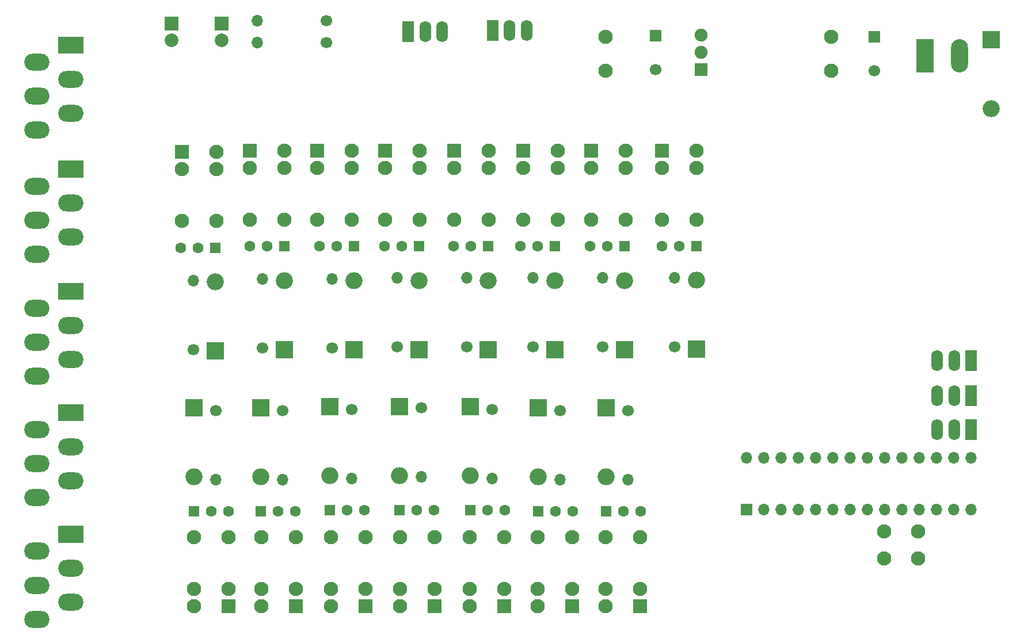
<source format=gbs>
%TF.GenerationSoftware,KiCad,Pcbnew,(5.1.6)-1*%
%TF.CreationDate,2021-11-12T17:11:00+01:00*%
%TF.ProjectId,Relay Control,52656c61-7920-4436-9f6e-74726f6c2e6b,rev?*%
%TF.SameCoordinates,Original*%
%TF.FileFunction,Soldermask,Bot*%
%TF.FilePolarity,Negative*%
%FSLAX46Y46*%
G04 Gerber Fmt 4.6, Leading zero omitted, Abs format (unit mm)*
G04 Created by KiCad (PCBNEW (5.1.6)-1) date 2021-11-12 17:11:00*
%MOMM*%
%LPD*%
G01*
G04 APERTURE LIST*
%ADD10O,1.700000X1.700000*%
%ADD11R,1.700000X1.700000*%
%ADD12C,1.900000*%
%ADD13R,1.900000X1.900000*%
%ADD14C,2.100000*%
%ADD15R,2.100000X2.100000*%
%ADD16C,1.700000*%
%ADD17R,1.600000X1.600000*%
%ADD18C,1.600000*%
%ADD19O,1.700000X3.100000*%
%ADD20R,1.700000X3.100000*%
%ADD21O,2.500000X4.900000*%
%ADD22R,2.500000X4.900000*%
%ADD23O,3.700000X2.500000*%
%ADD24C,0.100000*%
%ADD25C,2.000000*%
%ADD26R,2.000000X2.000000*%
%ADD27O,2.500000X2.500000*%
%ADD28R,2.500000X2.500000*%
G04 APERTURE END LIST*
D10*
%TO.C,U1*%
X187000000Y-106730000D03*
X220020000Y-114350000D03*
X189540000Y-106730000D03*
X217480000Y-114350000D03*
X192080000Y-106730000D03*
X214940000Y-114350000D03*
X194620000Y-106730000D03*
X212400000Y-114350000D03*
X197160000Y-106730000D03*
X209860000Y-114350000D03*
X199700000Y-106730000D03*
X207320000Y-114350000D03*
X202240000Y-106730000D03*
X204780000Y-114350000D03*
X204780000Y-106730000D03*
X202240000Y-114350000D03*
X207320000Y-106730000D03*
X199700000Y-114350000D03*
X209860000Y-106730000D03*
X197160000Y-114350000D03*
X212400000Y-106730000D03*
X194620000Y-114350000D03*
X214940000Y-106730000D03*
X192080000Y-114350000D03*
X217480000Y-106730000D03*
X189540000Y-114350000D03*
X220020000Y-106730000D03*
D11*
X187000000Y-114350000D03*
%TD*%
D12*
%TO.C,U2*%
X180300000Y-44520000D03*
X180300000Y-47060000D03*
D13*
X180300000Y-49600000D03*
%TD*%
D14*
%TO.C,Re15*%
X171366469Y-118454171D03*
X166286469Y-118454171D03*
X171366469Y-126074171D03*
D15*
X171366469Y-128614171D03*
D14*
X166286469Y-126074171D03*
X166286469Y-128614171D03*
%TD*%
%TO.C,Re14*%
X161366469Y-118454171D03*
X156286469Y-118454171D03*
X161366469Y-126074171D03*
D15*
X161366469Y-128614171D03*
D14*
X156286469Y-126074171D03*
X156286469Y-128614171D03*
%TD*%
%TO.C,Re13*%
X151366469Y-118454171D03*
X146286469Y-118454171D03*
X151366469Y-126074171D03*
D15*
X151366469Y-128614171D03*
D14*
X146286469Y-126074171D03*
X146286469Y-128614171D03*
%TD*%
%TO.C,Re12*%
X141166469Y-118454171D03*
X136086469Y-118454171D03*
X141166469Y-126074171D03*
D15*
X141166469Y-128614171D03*
D14*
X136086469Y-126074171D03*
X136086469Y-128614171D03*
%TD*%
%TO.C,Re11*%
X130966469Y-118454171D03*
X125886469Y-118454171D03*
X130966469Y-126074171D03*
D15*
X130966469Y-128614171D03*
D14*
X125886469Y-126074171D03*
X125886469Y-128614171D03*
%TD*%
%TO.C,Re10*%
X120766469Y-118454171D03*
X115686469Y-118454171D03*
X120766469Y-126074171D03*
D15*
X120766469Y-128614171D03*
D14*
X115686469Y-126074171D03*
X115686469Y-128614171D03*
%TD*%
%TO.C,Re9*%
X110816469Y-118454171D03*
X105736469Y-118454171D03*
X110816469Y-126074171D03*
D15*
X110816469Y-128614171D03*
D14*
X105736469Y-126074171D03*
X105736469Y-128614171D03*
%TD*%
%TO.C,Re8*%
X104000000Y-71860000D03*
X109080000Y-71860000D03*
X104000000Y-64240000D03*
D15*
X104000000Y-61700000D03*
D14*
X109080000Y-64240000D03*
X109080000Y-61700000D03*
%TD*%
%TO.C,Re7*%
X113950000Y-71660000D03*
X119030000Y-71660000D03*
X113950000Y-64040000D03*
D15*
X113950000Y-61500000D03*
D14*
X119030000Y-64040000D03*
X119030000Y-61500000D03*
%TD*%
%TO.C,Re6*%
X123900000Y-71660000D03*
X128980000Y-71660000D03*
X123900000Y-64040000D03*
D15*
X123900000Y-61500000D03*
D14*
X128980000Y-64040000D03*
X128980000Y-61500000D03*
%TD*%
%TO.C,Re5*%
X133850000Y-71660000D03*
X138930000Y-71660000D03*
X133850000Y-64040000D03*
D15*
X133850000Y-61500000D03*
D14*
X138930000Y-64040000D03*
X138930000Y-61500000D03*
%TD*%
%TO.C,Re4*%
X144000000Y-71660000D03*
X149080000Y-71660000D03*
X144000000Y-64040000D03*
D15*
X144000000Y-61500000D03*
D14*
X149080000Y-64040000D03*
X149080000Y-61500000D03*
%TD*%
%TO.C,Re3*%
X154200000Y-71660000D03*
X159280000Y-71660000D03*
X154200000Y-64040000D03*
D15*
X154200000Y-61500000D03*
D14*
X159280000Y-64040000D03*
X159280000Y-61500000D03*
%TD*%
%TO.C,Re2*%
X164200000Y-71660000D03*
X169280000Y-71660000D03*
X164200000Y-64040000D03*
D15*
X164200000Y-61500000D03*
D14*
X169280000Y-64040000D03*
X169280000Y-61500000D03*
%TD*%
%TO.C,Re1*%
X174600000Y-71660000D03*
X179680000Y-71660000D03*
X174600000Y-64040000D03*
D15*
X174600000Y-61500000D03*
D14*
X179680000Y-64040000D03*
X179680000Y-61500000D03*
%TD*%
D10*
%TO.C,R17*%
X115090000Y-45600000D03*
D16*
X125250000Y-45600000D03*
%TD*%
D10*
%TO.C,R16*%
X115090000Y-42400000D03*
D16*
X125250000Y-42400000D03*
%TD*%
D10*
%TO.C,R15*%
X169566469Y-109974171D03*
D16*
X169566469Y-99814171D03*
%TD*%
D10*
%TO.C,R14*%
X159566469Y-109974171D03*
D16*
X159566469Y-99814171D03*
%TD*%
D10*
%TO.C,R13*%
X149566469Y-109774171D03*
D16*
X149566469Y-99614171D03*
%TD*%
D10*
%TO.C,R12*%
X139166469Y-109574171D03*
D16*
X139166469Y-99414171D03*
%TD*%
D10*
%TO.C,R11*%
X128966469Y-109774171D03*
D16*
X128966469Y-99614171D03*
%TD*%
D10*
%TO.C,R10*%
X118766469Y-109974171D03*
D16*
X118766469Y-99814171D03*
%TD*%
D10*
%TO.C,R9*%
X108966469Y-109974171D03*
D16*
X108966469Y-99814171D03*
%TD*%
D10*
%TO.C,R8*%
X105650000Y-80640000D03*
D16*
X105650000Y-90800000D03*
%TD*%
D10*
%TO.C,R7*%
X115850000Y-80440000D03*
D16*
X115850000Y-90600000D03*
%TD*%
D10*
%TO.C,R6*%
X126050000Y-80440000D03*
D16*
X126050000Y-90600000D03*
%TD*%
D10*
%TO.C,R5*%
X135650000Y-80240000D03*
D16*
X135650000Y-90400000D03*
%TD*%
D10*
%TO.C,R4*%
X145850000Y-80240000D03*
D16*
X145850000Y-90400000D03*
%TD*%
D10*
%TO.C,R3*%
X155650000Y-80240000D03*
D16*
X155650000Y-90400000D03*
%TD*%
D10*
%TO.C,R2*%
X165850000Y-80240000D03*
D16*
X165850000Y-90400000D03*
%TD*%
D10*
%TO.C,R1*%
X176450000Y-80240000D03*
D16*
X176450000Y-90400000D03*
%TD*%
D17*
%TO.C,Q15*%
X166366469Y-114614171D03*
D18*
X171446469Y-114614171D03*
X168906469Y-114614171D03*
%TD*%
D17*
%TO.C,Q14*%
X156366469Y-114614171D03*
D18*
X161446469Y-114614171D03*
X158906469Y-114614171D03*
%TD*%
D17*
%TO.C,Q13*%
X146366469Y-114414171D03*
D18*
X151446469Y-114414171D03*
X148906469Y-114414171D03*
%TD*%
D17*
%TO.C,Q12*%
X135966469Y-114414171D03*
D18*
X141046469Y-114414171D03*
X138506469Y-114414171D03*
%TD*%
D17*
%TO.C,Q11*%
X125766469Y-114414171D03*
D18*
X130846469Y-114414171D03*
X128306469Y-114414171D03*
%TD*%
D17*
%TO.C,Q10*%
X115566469Y-114614171D03*
D18*
X120646469Y-114614171D03*
X118106469Y-114614171D03*
%TD*%
D17*
%TO.C,Q9*%
X105766469Y-114614171D03*
D18*
X110846469Y-114614171D03*
X108306469Y-114614171D03*
%TD*%
D17*
%TO.C,Q8*%
X108850000Y-75800000D03*
D18*
X103770000Y-75800000D03*
X106310000Y-75800000D03*
%TD*%
D17*
%TO.C,Q7*%
X119050000Y-75600000D03*
D18*
X113970000Y-75600000D03*
X116510000Y-75600000D03*
%TD*%
D17*
%TO.C,Q6*%
X129250000Y-75600000D03*
D18*
X124170000Y-75600000D03*
X126710000Y-75600000D03*
%TD*%
D17*
%TO.C,Q5*%
X138850000Y-75600000D03*
D18*
X133770000Y-75600000D03*
X136310000Y-75600000D03*
%TD*%
D17*
%TO.C,Q4*%
X149050000Y-75600000D03*
D18*
X143970000Y-75600000D03*
X146510000Y-75600000D03*
%TD*%
D17*
%TO.C,Q3*%
X158850000Y-75600000D03*
D18*
X153770000Y-75600000D03*
X156310000Y-75600000D03*
%TD*%
D17*
%TO.C,Q2*%
X169050000Y-75600000D03*
D18*
X163970000Y-75600000D03*
X166510000Y-75600000D03*
%TD*%
D17*
%TO.C,Q1*%
X179650000Y-75600000D03*
D18*
X174570000Y-75600000D03*
X177110000Y-75600000D03*
%TD*%
D19*
%TO.C,JP3*%
X215050000Y-102600000D03*
X217550000Y-102600000D03*
D20*
X220050000Y-102600000D03*
%TD*%
D19*
%TO.C,JP2*%
X215050000Y-97600000D03*
X217550000Y-97600000D03*
D20*
X220050000Y-97600000D03*
%TD*%
D19*
%TO.C,JP1*%
X215050000Y-92400000D03*
X217550000Y-92400000D03*
D20*
X220050000Y-92400000D03*
%TD*%
D21*
%TO.C,J8*%
X218330000Y-47600000D03*
D22*
X213250000Y-47600000D03*
%TD*%
D19*
%TO.C,J7*%
X142250000Y-44000000D03*
X139750000Y-44000000D03*
D20*
X137250000Y-44000000D03*
%TD*%
D19*
%TO.C,J6*%
X154650000Y-43800000D03*
X152150000Y-43800000D03*
D20*
X149650000Y-43800000D03*
%TD*%
D23*
%TO.C,J5*%
X82650000Y-120500000D03*
D24*
G36*
X89499039Y-119209755D02*
G01*
X89496194Y-119219134D01*
X89491573Y-119227779D01*
X89485355Y-119235355D01*
X89477779Y-119241573D01*
X89469134Y-119246194D01*
X89459755Y-119249039D01*
X89450000Y-119250000D01*
X85850000Y-119250000D01*
X85840245Y-119249039D01*
X85830866Y-119246194D01*
X85822221Y-119241573D01*
X85814645Y-119235355D01*
X85808427Y-119227779D01*
X85803806Y-119219134D01*
X85800961Y-119209755D01*
X85800000Y-119200000D01*
X85800000Y-116800000D01*
X85800961Y-116790245D01*
X85803806Y-116780866D01*
X85808427Y-116772221D01*
X85814645Y-116764645D01*
X85822221Y-116758427D01*
X85830866Y-116753806D01*
X85840245Y-116750961D01*
X85850000Y-116750000D01*
X89450000Y-116750000D01*
X89459755Y-116750961D01*
X89469134Y-116753806D01*
X89477779Y-116758427D01*
X89485355Y-116764645D01*
X89491573Y-116772221D01*
X89496194Y-116780866D01*
X89499039Y-116790245D01*
X89500000Y-116800000D01*
X89500000Y-119200000D01*
X89499039Y-119209755D01*
G37*
D23*
X87650000Y-123000000D03*
X82650000Y-125500000D03*
X87650000Y-128000000D03*
X82650000Y-130500000D03*
%TD*%
%TO.C,J4*%
X82650000Y-102600000D03*
D24*
G36*
X89499039Y-101309755D02*
G01*
X89496194Y-101319134D01*
X89491573Y-101327779D01*
X89485355Y-101335355D01*
X89477779Y-101341573D01*
X89469134Y-101346194D01*
X89459755Y-101349039D01*
X89450000Y-101350000D01*
X85850000Y-101350000D01*
X85840245Y-101349039D01*
X85830866Y-101346194D01*
X85822221Y-101341573D01*
X85814645Y-101335355D01*
X85808427Y-101327779D01*
X85803806Y-101319134D01*
X85800961Y-101309755D01*
X85800000Y-101300000D01*
X85800000Y-98900000D01*
X85800961Y-98890245D01*
X85803806Y-98880866D01*
X85808427Y-98872221D01*
X85814645Y-98864645D01*
X85822221Y-98858427D01*
X85830866Y-98853806D01*
X85840245Y-98850961D01*
X85850000Y-98850000D01*
X89450000Y-98850000D01*
X89459755Y-98850961D01*
X89469134Y-98853806D01*
X89477779Y-98858427D01*
X89485355Y-98864645D01*
X89491573Y-98872221D01*
X89496194Y-98880866D01*
X89499039Y-98890245D01*
X89500000Y-98900000D01*
X89500000Y-101300000D01*
X89499039Y-101309755D01*
G37*
D23*
X87650000Y-105100000D03*
X82650000Y-107600000D03*
X87650000Y-110100000D03*
X82650000Y-112600000D03*
%TD*%
%TO.C,J3*%
X82650000Y-84750000D03*
D24*
G36*
X89499039Y-83459755D02*
G01*
X89496194Y-83469134D01*
X89491573Y-83477779D01*
X89485355Y-83485355D01*
X89477779Y-83491573D01*
X89469134Y-83496194D01*
X89459755Y-83499039D01*
X89450000Y-83500000D01*
X85850000Y-83500000D01*
X85840245Y-83499039D01*
X85830866Y-83496194D01*
X85822221Y-83491573D01*
X85814645Y-83485355D01*
X85808427Y-83477779D01*
X85803806Y-83469134D01*
X85800961Y-83459755D01*
X85800000Y-83450000D01*
X85800000Y-81050000D01*
X85800961Y-81040245D01*
X85803806Y-81030866D01*
X85808427Y-81022221D01*
X85814645Y-81014645D01*
X85822221Y-81008427D01*
X85830866Y-81003806D01*
X85840245Y-81000961D01*
X85850000Y-81000000D01*
X89450000Y-81000000D01*
X89459755Y-81000961D01*
X89469134Y-81003806D01*
X89477779Y-81008427D01*
X89485355Y-81014645D01*
X89491573Y-81022221D01*
X89496194Y-81030866D01*
X89499039Y-81040245D01*
X89500000Y-81050000D01*
X89500000Y-83450000D01*
X89499039Y-83459755D01*
G37*
D23*
X87650000Y-87250000D03*
X82650000Y-89750000D03*
X87650000Y-92250000D03*
X82650000Y-94750000D03*
%TD*%
%TO.C,J2*%
X82650000Y-66750000D03*
D24*
G36*
X89499039Y-65459755D02*
G01*
X89496194Y-65469134D01*
X89491573Y-65477779D01*
X89485355Y-65485355D01*
X89477779Y-65491573D01*
X89469134Y-65496194D01*
X89459755Y-65499039D01*
X89450000Y-65500000D01*
X85850000Y-65500000D01*
X85840245Y-65499039D01*
X85830866Y-65496194D01*
X85822221Y-65491573D01*
X85814645Y-65485355D01*
X85808427Y-65477779D01*
X85803806Y-65469134D01*
X85800961Y-65459755D01*
X85800000Y-65450000D01*
X85800000Y-63050000D01*
X85800961Y-63040245D01*
X85803806Y-63030866D01*
X85808427Y-63022221D01*
X85814645Y-63014645D01*
X85822221Y-63008427D01*
X85830866Y-63003806D01*
X85840245Y-63000961D01*
X85850000Y-63000000D01*
X89450000Y-63000000D01*
X89459755Y-63000961D01*
X89469134Y-63003806D01*
X89477779Y-63008427D01*
X89485355Y-63014645D01*
X89491573Y-63022221D01*
X89496194Y-63030866D01*
X89499039Y-63040245D01*
X89500000Y-63050000D01*
X89500000Y-65450000D01*
X89499039Y-65459755D01*
G37*
D23*
X87650000Y-69250000D03*
X82650000Y-71750000D03*
X87650000Y-74250000D03*
X82650000Y-76750000D03*
%TD*%
%TO.C,J1*%
X82650000Y-48500000D03*
D24*
G36*
X89499039Y-47209755D02*
G01*
X89496194Y-47219134D01*
X89491573Y-47227779D01*
X89485355Y-47235355D01*
X89477779Y-47241573D01*
X89469134Y-47246194D01*
X89459755Y-47249039D01*
X89450000Y-47250000D01*
X85850000Y-47250000D01*
X85840245Y-47249039D01*
X85830866Y-47246194D01*
X85822221Y-47241573D01*
X85814645Y-47235355D01*
X85808427Y-47227779D01*
X85803806Y-47219134D01*
X85800961Y-47209755D01*
X85800000Y-47200000D01*
X85800000Y-44800000D01*
X85800961Y-44790245D01*
X85803806Y-44780866D01*
X85808427Y-44772221D01*
X85814645Y-44764645D01*
X85822221Y-44758427D01*
X85830866Y-44753806D01*
X85840245Y-44750961D01*
X85850000Y-44750000D01*
X89450000Y-44750000D01*
X89459755Y-44750961D01*
X89469134Y-44753806D01*
X89477779Y-44758427D01*
X89485355Y-44764645D01*
X89491573Y-44772221D01*
X89496194Y-44780866D01*
X89499039Y-44790245D01*
X89500000Y-44800000D01*
X89500000Y-47200000D01*
X89499039Y-47209755D01*
G37*
D23*
X87650000Y-51000000D03*
X82650000Y-53500000D03*
X87650000Y-56000000D03*
X82650000Y-58500000D03*
%TD*%
D25*
%TO.C,D18*%
X109850000Y-45300000D03*
D26*
X109850000Y-42800000D03*
%TD*%
D25*
%TO.C,D17*%
X102450000Y-45300000D03*
D26*
X102450000Y-42800000D03*
%TD*%
D27*
%TO.C,D16*%
X223050000Y-55360000D03*
D28*
X223050000Y-45200000D03*
%TD*%
D27*
%TO.C,D15*%
X166366469Y-109574171D03*
D28*
X166366469Y-99414171D03*
%TD*%
D27*
%TO.C,D14*%
X156366469Y-109574171D03*
D28*
X156366469Y-99414171D03*
%TD*%
D27*
%TO.C,D13*%
X146366469Y-109374171D03*
D28*
X146366469Y-99214171D03*
%TD*%
D27*
%TO.C,D12*%
X135966469Y-109374171D03*
D28*
X135966469Y-99214171D03*
%TD*%
D27*
%TO.C,D11*%
X125766469Y-109374171D03*
D28*
X125766469Y-99214171D03*
%TD*%
D27*
%TO.C,D10*%
X115566469Y-109574171D03*
D28*
X115566469Y-99414171D03*
%TD*%
D27*
%TO.C,D9*%
X105766469Y-109574171D03*
D28*
X105766469Y-99414171D03*
%TD*%
D27*
%TO.C,D8*%
X108850000Y-80840000D03*
D28*
X108850000Y-91000000D03*
%TD*%
D27*
%TO.C,D7*%
X119050000Y-80640000D03*
D28*
X119050000Y-90800000D03*
%TD*%
D27*
%TO.C,D6*%
X129250000Y-80640000D03*
D28*
X129250000Y-90800000D03*
%TD*%
D27*
%TO.C,D5*%
X138850000Y-80640000D03*
D28*
X138850000Y-90800000D03*
%TD*%
D27*
%TO.C,D4*%
X149050000Y-80640000D03*
D28*
X149050000Y-90800000D03*
%TD*%
D27*
%TO.C,D3*%
X158850000Y-80640000D03*
D28*
X158850000Y-90800000D03*
%TD*%
D27*
%TO.C,D2*%
X169050000Y-80640000D03*
D28*
X169050000Y-90800000D03*
%TD*%
D27*
%TO.C,D1*%
X179650000Y-80600000D03*
D28*
X179650000Y-90760000D03*
%TD*%
D14*
%TO.C,C6*%
X212250000Y-117600000D03*
X207250000Y-117600000D03*
%TD*%
%TO.C,C5*%
X166250000Y-49800000D03*
X166250000Y-44800000D03*
%TD*%
D16*
%TO.C,C4*%
X173650000Y-49600000D03*
D11*
X173650000Y-44600000D03*
%TD*%
D14*
%TO.C,C3*%
X199450000Y-49800000D03*
X199450000Y-44800000D03*
%TD*%
D16*
%TO.C,C2*%
X205850000Y-49800000D03*
D11*
X205850000Y-44800000D03*
%TD*%
D14*
%TO.C,C1*%
X212250000Y-121600000D03*
X207250000Y-121600000D03*
%TD*%
M02*

</source>
